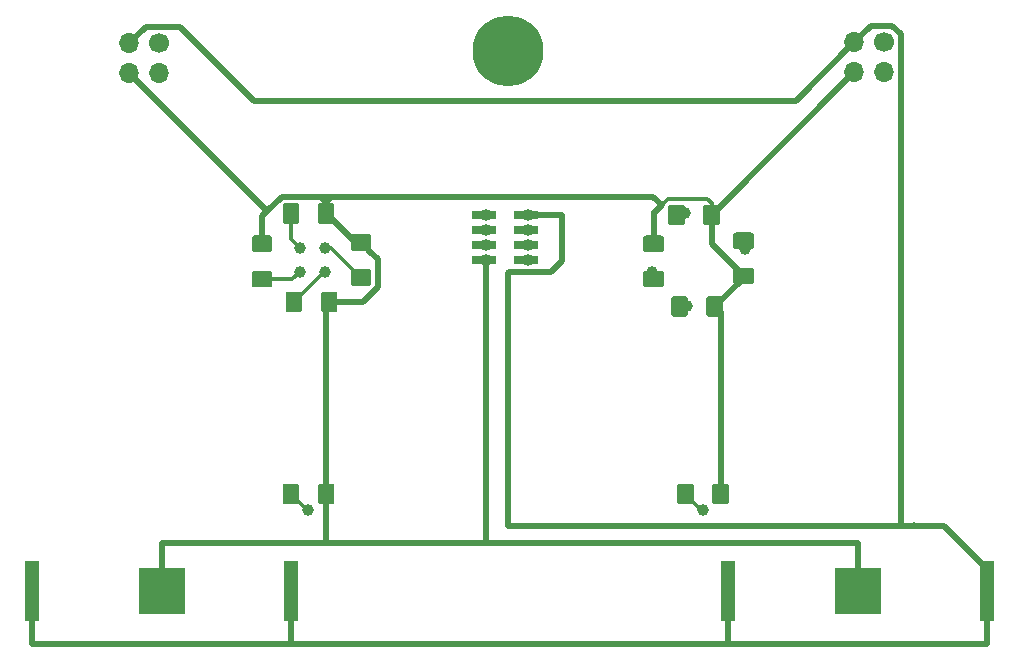
<source format=gbr>
G04 #@! TF.GenerationSoftware,KiCad,Pcbnew,(5.0.0)*
G04 #@! TF.CreationDate,2018-11-20T12:56:54-05:00*
G04 #@! TF.ProjectId,BsidesRock2019,427369646573526F636B323031392E6B,rev?*
G04 #@! TF.SameCoordinates,Original*
G04 #@! TF.FileFunction,Copper,L2,Bot,Signal*
G04 #@! TF.FilePolarity,Positive*
%FSLAX46Y46*%
G04 Gerber Fmt 4.6, Leading zero omitted, Abs format (unit mm)*
G04 Created by KiCad (PCBNEW (5.0.0)) date 11/20/18 12:56:54*
%MOMM*%
%LPD*%
G01*
G04 APERTURE LIST*
G04 #@! TA.AperFunction,SMDPad,CuDef*
%ADD10R,3.960000X3.960000*%
G04 #@! TD*
G04 #@! TA.AperFunction,SMDPad,CuDef*
%ADD11R,1.270000X5.080000*%
G04 #@! TD*
G04 #@! TA.AperFunction,Conductor*
%ADD12C,0.100000*%
G04 #@! TD*
G04 #@! TA.AperFunction,SMDPad,CuDef*
%ADD13C,1.425000*%
G04 #@! TD*
G04 #@! TA.AperFunction,ComponentPad*
%ADD14O,1.700000X1.700000*%
G04 #@! TD*
G04 #@! TA.AperFunction,ComponentPad*
%ADD15C,1.700000*%
G04 #@! TD*
G04 #@! TA.AperFunction,ComponentPad*
%ADD16C,6.000000*%
G04 #@! TD*
G04 #@! TA.AperFunction,SMDPad,CuDef*
%ADD17R,2.100000X0.750000*%
G04 #@! TD*
G04 #@! TA.AperFunction,ViaPad*
%ADD18C,1.000000*%
G04 #@! TD*
G04 #@! TA.AperFunction,Conductor*
%ADD19C,0.300000*%
G04 #@! TD*
G04 #@! TA.AperFunction,Conductor*
%ADD20C,0.500000*%
G04 #@! TD*
G04 APERTURE END LIST*
D10*
G04 #@! TO.P,BT-2032-1,2*
G04 #@! TO.N,Net-(BT-2032-1-Pad2)*
X175895000Y-87630000D03*
D11*
G04 #@! TO.P,BT-2032-1,1*
G04 #@! TO.N,Net-(BT-2032-1-Pad1)*
X186880000Y-87630000D03*
X164910000Y-87630000D03*
G04 #@! TD*
G04 #@! TO.P,BT-2032-2,1*
G04 #@! TO.N,Net-(BT-2032-1-Pad1)*
X105982000Y-87630000D03*
X127952000Y-87630000D03*
D10*
G04 #@! TO.P,BT-2032-2,2*
G04 #@! TO.N,Net-(BT-2032-1-Pad2)*
X116967000Y-87630000D03*
G04 #@! TD*
D12*
G04 #@! TO.N,Net-(BT-2032-1-Pad2)*
G04 #@! TO.C,R56-Ohm10*
G36*
X166892504Y-60212204D02*
X166916773Y-60215804D01*
X166940571Y-60221765D01*
X166963671Y-60230030D01*
X166985849Y-60240520D01*
X167006893Y-60253133D01*
X167026598Y-60267747D01*
X167044777Y-60284223D01*
X167061253Y-60302402D01*
X167075867Y-60322107D01*
X167088480Y-60343151D01*
X167098970Y-60365329D01*
X167107235Y-60388429D01*
X167113196Y-60412227D01*
X167116796Y-60436496D01*
X167118000Y-60461000D01*
X167118000Y-61386000D01*
X167116796Y-61410504D01*
X167113196Y-61434773D01*
X167107235Y-61458571D01*
X167098970Y-61481671D01*
X167088480Y-61503849D01*
X167075867Y-61524893D01*
X167061253Y-61544598D01*
X167044777Y-61562777D01*
X167026598Y-61579253D01*
X167006893Y-61593867D01*
X166985849Y-61606480D01*
X166963671Y-61616970D01*
X166940571Y-61625235D01*
X166916773Y-61631196D01*
X166892504Y-61634796D01*
X166868000Y-61636000D01*
X165618000Y-61636000D01*
X165593496Y-61634796D01*
X165569227Y-61631196D01*
X165545429Y-61625235D01*
X165522329Y-61616970D01*
X165500151Y-61606480D01*
X165479107Y-61593867D01*
X165459402Y-61579253D01*
X165441223Y-61562777D01*
X165424747Y-61544598D01*
X165410133Y-61524893D01*
X165397520Y-61503849D01*
X165387030Y-61481671D01*
X165378765Y-61458571D01*
X165372804Y-61434773D01*
X165369204Y-61410504D01*
X165368000Y-61386000D01*
X165368000Y-60461000D01*
X165369204Y-60436496D01*
X165372804Y-60412227D01*
X165378765Y-60388429D01*
X165387030Y-60365329D01*
X165397520Y-60343151D01*
X165410133Y-60322107D01*
X165424747Y-60302402D01*
X165441223Y-60284223D01*
X165459402Y-60267747D01*
X165479107Y-60253133D01*
X165500151Y-60240520D01*
X165522329Y-60230030D01*
X165545429Y-60221765D01*
X165569227Y-60215804D01*
X165593496Y-60212204D01*
X165618000Y-60211000D01*
X166868000Y-60211000D01*
X166892504Y-60212204D01*
X166892504Y-60212204D01*
G37*
D13*
G04 #@! TD*
G04 #@! TO.P,R56-Ohm10,2*
G04 #@! TO.N,Net-(BT-2032-1-Pad2)*
X166243000Y-60923500D03*
D12*
G04 #@! TO.N,Net-(D10-Pad1)*
G04 #@! TO.C,R56-Ohm10*
G36*
X166892504Y-57237204D02*
X166916773Y-57240804D01*
X166940571Y-57246765D01*
X166963671Y-57255030D01*
X166985849Y-57265520D01*
X167006893Y-57278133D01*
X167026598Y-57292747D01*
X167044777Y-57309223D01*
X167061253Y-57327402D01*
X167075867Y-57347107D01*
X167088480Y-57368151D01*
X167098970Y-57390329D01*
X167107235Y-57413429D01*
X167113196Y-57437227D01*
X167116796Y-57461496D01*
X167118000Y-57486000D01*
X167118000Y-58411000D01*
X167116796Y-58435504D01*
X167113196Y-58459773D01*
X167107235Y-58483571D01*
X167098970Y-58506671D01*
X167088480Y-58528849D01*
X167075867Y-58549893D01*
X167061253Y-58569598D01*
X167044777Y-58587777D01*
X167026598Y-58604253D01*
X167006893Y-58618867D01*
X166985849Y-58631480D01*
X166963671Y-58641970D01*
X166940571Y-58650235D01*
X166916773Y-58656196D01*
X166892504Y-58659796D01*
X166868000Y-58661000D01*
X165618000Y-58661000D01*
X165593496Y-58659796D01*
X165569227Y-58656196D01*
X165545429Y-58650235D01*
X165522329Y-58641970D01*
X165500151Y-58631480D01*
X165479107Y-58618867D01*
X165459402Y-58604253D01*
X165441223Y-58587777D01*
X165424747Y-58569598D01*
X165410133Y-58549893D01*
X165397520Y-58528849D01*
X165387030Y-58506671D01*
X165378765Y-58483571D01*
X165372804Y-58459773D01*
X165369204Y-58435504D01*
X165368000Y-58411000D01*
X165368000Y-57486000D01*
X165369204Y-57461496D01*
X165372804Y-57437227D01*
X165378765Y-57413429D01*
X165387030Y-57390329D01*
X165397520Y-57368151D01*
X165410133Y-57347107D01*
X165424747Y-57327402D01*
X165441223Y-57309223D01*
X165459402Y-57292747D01*
X165479107Y-57278133D01*
X165500151Y-57265520D01*
X165522329Y-57255030D01*
X165545429Y-57246765D01*
X165569227Y-57240804D01*
X165593496Y-57237204D01*
X165618000Y-57236000D01*
X166868000Y-57236000D01*
X166892504Y-57237204D01*
X166892504Y-57237204D01*
G37*
D13*
G04 #@! TD*
G04 #@! TO.P,R56-Ohm10,1*
G04 #@! TO.N,Net-(D10-Pad1)*
X166243000Y-57948500D03*
D12*
G04 #@! TO.N,Net-(D7-Pad1)*
G04 #@! TO.C,R56-Ohm8*
G36*
X161051504Y-54879204D02*
X161075773Y-54882804D01*
X161099571Y-54888765D01*
X161122671Y-54897030D01*
X161144849Y-54907520D01*
X161165893Y-54920133D01*
X161185598Y-54934747D01*
X161203777Y-54951223D01*
X161220253Y-54969402D01*
X161234867Y-54989107D01*
X161247480Y-55010151D01*
X161257970Y-55032329D01*
X161266235Y-55055429D01*
X161272196Y-55079227D01*
X161275796Y-55103496D01*
X161277000Y-55128000D01*
X161277000Y-56378000D01*
X161275796Y-56402504D01*
X161272196Y-56426773D01*
X161266235Y-56450571D01*
X161257970Y-56473671D01*
X161247480Y-56495849D01*
X161234867Y-56516893D01*
X161220253Y-56536598D01*
X161203777Y-56554777D01*
X161185598Y-56571253D01*
X161165893Y-56585867D01*
X161144849Y-56598480D01*
X161122671Y-56608970D01*
X161099571Y-56617235D01*
X161075773Y-56623196D01*
X161051504Y-56626796D01*
X161027000Y-56628000D01*
X160102000Y-56628000D01*
X160077496Y-56626796D01*
X160053227Y-56623196D01*
X160029429Y-56617235D01*
X160006329Y-56608970D01*
X159984151Y-56598480D01*
X159963107Y-56585867D01*
X159943402Y-56571253D01*
X159925223Y-56554777D01*
X159908747Y-56536598D01*
X159894133Y-56516893D01*
X159881520Y-56495849D01*
X159871030Y-56473671D01*
X159862765Y-56450571D01*
X159856804Y-56426773D01*
X159853204Y-56402504D01*
X159852000Y-56378000D01*
X159852000Y-55128000D01*
X159853204Y-55103496D01*
X159856804Y-55079227D01*
X159862765Y-55055429D01*
X159871030Y-55032329D01*
X159881520Y-55010151D01*
X159894133Y-54989107D01*
X159908747Y-54969402D01*
X159925223Y-54951223D01*
X159943402Y-54934747D01*
X159963107Y-54920133D01*
X159984151Y-54907520D01*
X160006329Y-54897030D01*
X160029429Y-54888765D01*
X160053227Y-54882804D01*
X160077496Y-54879204D01*
X160102000Y-54878000D01*
X161027000Y-54878000D01*
X161051504Y-54879204D01*
X161051504Y-54879204D01*
G37*
D13*
G04 #@! TD*
G04 #@! TO.P,R56-Ohm8,1*
G04 #@! TO.N,Net-(D7-Pad1)*
X160564500Y-55753000D03*
D12*
G04 #@! TO.N,Net-(BT-2032-1-Pad2)*
G04 #@! TO.C,R56-Ohm8*
G36*
X164026504Y-54879204D02*
X164050773Y-54882804D01*
X164074571Y-54888765D01*
X164097671Y-54897030D01*
X164119849Y-54907520D01*
X164140893Y-54920133D01*
X164160598Y-54934747D01*
X164178777Y-54951223D01*
X164195253Y-54969402D01*
X164209867Y-54989107D01*
X164222480Y-55010151D01*
X164232970Y-55032329D01*
X164241235Y-55055429D01*
X164247196Y-55079227D01*
X164250796Y-55103496D01*
X164252000Y-55128000D01*
X164252000Y-56378000D01*
X164250796Y-56402504D01*
X164247196Y-56426773D01*
X164241235Y-56450571D01*
X164232970Y-56473671D01*
X164222480Y-56495849D01*
X164209867Y-56516893D01*
X164195253Y-56536598D01*
X164178777Y-56554777D01*
X164160598Y-56571253D01*
X164140893Y-56585867D01*
X164119849Y-56598480D01*
X164097671Y-56608970D01*
X164074571Y-56617235D01*
X164050773Y-56623196D01*
X164026504Y-56626796D01*
X164002000Y-56628000D01*
X163077000Y-56628000D01*
X163052496Y-56626796D01*
X163028227Y-56623196D01*
X163004429Y-56617235D01*
X162981329Y-56608970D01*
X162959151Y-56598480D01*
X162938107Y-56585867D01*
X162918402Y-56571253D01*
X162900223Y-56554777D01*
X162883747Y-56536598D01*
X162869133Y-56516893D01*
X162856520Y-56495849D01*
X162846030Y-56473671D01*
X162837765Y-56450571D01*
X162831804Y-56426773D01*
X162828204Y-56402504D01*
X162827000Y-56378000D01*
X162827000Y-55128000D01*
X162828204Y-55103496D01*
X162831804Y-55079227D01*
X162837765Y-55055429D01*
X162846030Y-55032329D01*
X162856520Y-55010151D01*
X162869133Y-54989107D01*
X162883747Y-54969402D01*
X162900223Y-54951223D01*
X162918402Y-54934747D01*
X162938107Y-54920133D01*
X162959151Y-54907520D01*
X162981329Y-54897030D01*
X163004429Y-54888765D01*
X163028227Y-54882804D01*
X163052496Y-54879204D01*
X163077000Y-54878000D01*
X164002000Y-54878000D01*
X164026504Y-54879204D01*
X164026504Y-54879204D01*
G37*
D13*
G04 #@! TD*
G04 #@! TO.P,R56-Ohm8,2*
G04 #@! TO.N,Net-(BT-2032-1-Pad2)*
X163539500Y-55753000D03*
D12*
G04 #@! TO.N,Net-(BT-2032-1-Pad2)*
G04 #@! TO.C,R56-Ohm9*
G36*
X164280504Y-62626204D02*
X164304773Y-62629804D01*
X164328571Y-62635765D01*
X164351671Y-62644030D01*
X164373849Y-62654520D01*
X164394893Y-62667133D01*
X164414598Y-62681747D01*
X164432777Y-62698223D01*
X164449253Y-62716402D01*
X164463867Y-62736107D01*
X164476480Y-62757151D01*
X164486970Y-62779329D01*
X164495235Y-62802429D01*
X164501196Y-62826227D01*
X164504796Y-62850496D01*
X164506000Y-62875000D01*
X164506000Y-64125000D01*
X164504796Y-64149504D01*
X164501196Y-64173773D01*
X164495235Y-64197571D01*
X164486970Y-64220671D01*
X164476480Y-64242849D01*
X164463867Y-64263893D01*
X164449253Y-64283598D01*
X164432777Y-64301777D01*
X164414598Y-64318253D01*
X164394893Y-64332867D01*
X164373849Y-64345480D01*
X164351671Y-64355970D01*
X164328571Y-64364235D01*
X164304773Y-64370196D01*
X164280504Y-64373796D01*
X164256000Y-64375000D01*
X163331000Y-64375000D01*
X163306496Y-64373796D01*
X163282227Y-64370196D01*
X163258429Y-64364235D01*
X163235329Y-64355970D01*
X163213151Y-64345480D01*
X163192107Y-64332867D01*
X163172402Y-64318253D01*
X163154223Y-64301777D01*
X163137747Y-64283598D01*
X163123133Y-64263893D01*
X163110520Y-64242849D01*
X163100030Y-64220671D01*
X163091765Y-64197571D01*
X163085804Y-64173773D01*
X163082204Y-64149504D01*
X163081000Y-64125000D01*
X163081000Y-62875000D01*
X163082204Y-62850496D01*
X163085804Y-62826227D01*
X163091765Y-62802429D01*
X163100030Y-62779329D01*
X163110520Y-62757151D01*
X163123133Y-62736107D01*
X163137747Y-62716402D01*
X163154223Y-62698223D01*
X163172402Y-62681747D01*
X163192107Y-62667133D01*
X163213151Y-62654520D01*
X163235329Y-62644030D01*
X163258429Y-62635765D01*
X163282227Y-62629804D01*
X163306496Y-62626204D01*
X163331000Y-62625000D01*
X164256000Y-62625000D01*
X164280504Y-62626204D01*
X164280504Y-62626204D01*
G37*
D13*
G04 #@! TD*
G04 #@! TO.P,R56-Ohm9,2*
G04 #@! TO.N,Net-(BT-2032-1-Pad2)*
X163793500Y-63500000D03*
D12*
G04 #@! TO.N,Net-(D8-Pad1)*
G04 #@! TO.C,R56-Ohm9*
G36*
X161305504Y-62626204D02*
X161329773Y-62629804D01*
X161353571Y-62635765D01*
X161376671Y-62644030D01*
X161398849Y-62654520D01*
X161419893Y-62667133D01*
X161439598Y-62681747D01*
X161457777Y-62698223D01*
X161474253Y-62716402D01*
X161488867Y-62736107D01*
X161501480Y-62757151D01*
X161511970Y-62779329D01*
X161520235Y-62802429D01*
X161526196Y-62826227D01*
X161529796Y-62850496D01*
X161531000Y-62875000D01*
X161531000Y-64125000D01*
X161529796Y-64149504D01*
X161526196Y-64173773D01*
X161520235Y-64197571D01*
X161511970Y-64220671D01*
X161501480Y-64242849D01*
X161488867Y-64263893D01*
X161474253Y-64283598D01*
X161457777Y-64301777D01*
X161439598Y-64318253D01*
X161419893Y-64332867D01*
X161398849Y-64345480D01*
X161376671Y-64355970D01*
X161353571Y-64364235D01*
X161329773Y-64370196D01*
X161305504Y-64373796D01*
X161281000Y-64375000D01*
X160356000Y-64375000D01*
X160331496Y-64373796D01*
X160307227Y-64370196D01*
X160283429Y-64364235D01*
X160260329Y-64355970D01*
X160238151Y-64345480D01*
X160217107Y-64332867D01*
X160197402Y-64318253D01*
X160179223Y-64301777D01*
X160162747Y-64283598D01*
X160148133Y-64263893D01*
X160135520Y-64242849D01*
X160125030Y-64220671D01*
X160116765Y-64197571D01*
X160110804Y-64173773D01*
X160107204Y-64149504D01*
X160106000Y-64125000D01*
X160106000Y-62875000D01*
X160107204Y-62850496D01*
X160110804Y-62826227D01*
X160116765Y-62802429D01*
X160125030Y-62779329D01*
X160135520Y-62757151D01*
X160148133Y-62736107D01*
X160162747Y-62716402D01*
X160179223Y-62698223D01*
X160197402Y-62681747D01*
X160217107Y-62667133D01*
X160238151Y-62654520D01*
X160260329Y-62644030D01*
X160283429Y-62635765D01*
X160307227Y-62629804D01*
X160331496Y-62626204D01*
X160356000Y-62625000D01*
X161281000Y-62625000D01*
X161305504Y-62626204D01*
X161305504Y-62626204D01*
G37*
D13*
G04 #@! TD*
G04 #@! TO.P,R56-Ohm9,1*
G04 #@! TO.N,Net-(D8-Pad1)*
X160818500Y-63500000D03*
D12*
G04 #@! TO.N,Net-(D1-Pad1)*
G04 #@! TO.C,R56-Ohm1*
G36*
X126125504Y-60466204D02*
X126149773Y-60469804D01*
X126173571Y-60475765D01*
X126196671Y-60484030D01*
X126218849Y-60494520D01*
X126239893Y-60507133D01*
X126259598Y-60521747D01*
X126277777Y-60538223D01*
X126294253Y-60556402D01*
X126308867Y-60576107D01*
X126321480Y-60597151D01*
X126331970Y-60619329D01*
X126340235Y-60642429D01*
X126346196Y-60666227D01*
X126349796Y-60690496D01*
X126351000Y-60715000D01*
X126351000Y-61640000D01*
X126349796Y-61664504D01*
X126346196Y-61688773D01*
X126340235Y-61712571D01*
X126331970Y-61735671D01*
X126321480Y-61757849D01*
X126308867Y-61778893D01*
X126294253Y-61798598D01*
X126277777Y-61816777D01*
X126259598Y-61833253D01*
X126239893Y-61847867D01*
X126218849Y-61860480D01*
X126196671Y-61870970D01*
X126173571Y-61879235D01*
X126149773Y-61885196D01*
X126125504Y-61888796D01*
X126101000Y-61890000D01*
X124851000Y-61890000D01*
X124826496Y-61888796D01*
X124802227Y-61885196D01*
X124778429Y-61879235D01*
X124755329Y-61870970D01*
X124733151Y-61860480D01*
X124712107Y-61847867D01*
X124692402Y-61833253D01*
X124674223Y-61816777D01*
X124657747Y-61798598D01*
X124643133Y-61778893D01*
X124630520Y-61757849D01*
X124620030Y-61735671D01*
X124611765Y-61712571D01*
X124605804Y-61688773D01*
X124602204Y-61664504D01*
X124601000Y-61640000D01*
X124601000Y-60715000D01*
X124602204Y-60690496D01*
X124605804Y-60666227D01*
X124611765Y-60642429D01*
X124620030Y-60619329D01*
X124630520Y-60597151D01*
X124643133Y-60576107D01*
X124657747Y-60556402D01*
X124674223Y-60538223D01*
X124692402Y-60521747D01*
X124712107Y-60507133D01*
X124733151Y-60494520D01*
X124755329Y-60484030D01*
X124778429Y-60475765D01*
X124802227Y-60469804D01*
X124826496Y-60466204D01*
X124851000Y-60465000D01*
X126101000Y-60465000D01*
X126125504Y-60466204D01*
X126125504Y-60466204D01*
G37*
D13*
G04 #@! TD*
G04 #@! TO.P,R56-Ohm1,1*
G04 #@! TO.N,Net-(D1-Pad1)*
X125476000Y-61177500D03*
D12*
G04 #@! TO.N,Net-(BT-2032-1-Pad2)*
G04 #@! TO.C,R56-Ohm1*
G36*
X126125504Y-57491204D02*
X126149773Y-57494804D01*
X126173571Y-57500765D01*
X126196671Y-57509030D01*
X126218849Y-57519520D01*
X126239893Y-57532133D01*
X126259598Y-57546747D01*
X126277777Y-57563223D01*
X126294253Y-57581402D01*
X126308867Y-57601107D01*
X126321480Y-57622151D01*
X126331970Y-57644329D01*
X126340235Y-57667429D01*
X126346196Y-57691227D01*
X126349796Y-57715496D01*
X126351000Y-57740000D01*
X126351000Y-58665000D01*
X126349796Y-58689504D01*
X126346196Y-58713773D01*
X126340235Y-58737571D01*
X126331970Y-58760671D01*
X126321480Y-58782849D01*
X126308867Y-58803893D01*
X126294253Y-58823598D01*
X126277777Y-58841777D01*
X126259598Y-58858253D01*
X126239893Y-58872867D01*
X126218849Y-58885480D01*
X126196671Y-58895970D01*
X126173571Y-58904235D01*
X126149773Y-58910196D01*
X126125504Y-58913796D01*
X126101000Y-58915000D01*
X124851000Y-58915000D01*
X124826496Y-58913796D01*
X124802227Y-58910196D01*
X124778429Y-58904235D01*
X124755329Y-58895970D01*
X124733151Y-58885480D01*
X124712107Y-58872867D01*
X124692402Y-58858253D01*
X124674223Y-58841777D01*
X124657747Y-58823598D01*
X124643133Y-58803893D01*
X124630520Y-58782849D01*
X124620030Y-58760671D01*
X124611765Y-58737571D01*
X124605804Y-58713773D01*
X124602204Y-58689504D01*
X124601000Y-58665000D01*
X124601000Y-57740000D01*
X124602204Y-57715496D01*
X124605804Y-57691227D01*
X124611765Y-57667429D01*
X124620030Y-57644329D01*
X124630520Y-57622151D01*
X124643133Y-57601107D01*
X124657747Y-57581402D01*
X124674223Y-57563223D01*
X124692402Y-57546747D01*
X124712107Y-57532133D01*
X124733151Y-57519520D01*
X124755329Y-57509030D01*
X124778429Y-57500765D01*
X124802227Y-57494804D01*
X124826496Y-57491204D01*
X124851000Y-57490000D01*
X126101000Y-57490000D01*
X126125504Y-57491204D01*
X126125504Y-57491204D01*
G37*
D13*
G04 #@! TD*
G04 #@! TO.P,R56-Ohm1,2*
G04 #@! TO.N,Net-(BT-2032-1-Pad2)*
X125476000Y-58202500D03*
D12*
G04 #@! TO.N,Net-(BT-2032-1-Pad2)*
G04 #@! TO.C,R56-Ohm2*
G36*
X134507504Y-57364204D02*
X134531773Y-57367804D01*
X134555571Y-57373765D01*
X134578671Y-57382030D01*
X134600849Y-57392520D01*
X134621893Y-57405133D01*
X134641598Y-57419747D01*
X134659777Y-57436223D01*
X134676253Y-57454402D01*
X134690867Y-57474107D01*
X134703480Y-57495151D01*
X134713970Y-57517329D01*
X134722235Y-57540429D01*
X134728196Y-57564227D01*
X134731796Y-57588496D01*
X134733000Y-57613000D01*
X134733000Y-58538000D01*
X134731796Y-58562504D01*
X134728196Y-58586773D01*
X134722235Y-58610571D01*
X134713970Y-58633671D01*
X134703480Y-58655849D01*
X134690867Y-58676893D01*
X134676253Y-58696598D01*
X134659777Y-58714777D01*
X134641598Y-58731253D01*
X134621893Y-58745867D01*
X134600849Y-58758480D01*
X134578671Y-58768970D01*
X134555571Y-58777235D01*
X134531773Y-58783196D01*
X134507504Y-58786796D01*
X134483000Y-58788000D01*
X133233000Y-58788000D01*
X133208496Y-58786796D01*
X133184227Y-58783196D01*
X133160429Y-58777235D01*
X133137329Y-58768970D01*
X133115151Y-58758480D01*
X133094107Y-58745867D01*
X133074402Y-58731253D01*
X133056223Y-58714777D01*
X133039747Y-58696598D01*
X133025133Y-58676893D01*
X133012520Y-58655849D01*
X133002030Y-58633671D01*
X132993765Y-58610571D01*
X132987804Y-58586773D01*
X132984204Y-58562504D01*
X132983000Y-58538000D01*
X132983000Y-57613000D01*
X132984204Y-57588496D01*
X132987804Y-57564227D01*
X132993765Y-57540429D01*
X133002030Y-57517329D01*
X133012520Y-57495151D01*
X133025133Y-57474107D01*
X133039747Y-57454402D01*
X133056223Y-57436223D01*
X133074402Y-57419747D01*
X133094107Y-57405133D01*
X133115151Y-57392520D01*
X133137329Y-57382030D01*
X133160429Y-57373765D01*
X133184227Y-57367804D01*
X133208496Y-57364204D01*
X133233000Y-57363000D01*
X134483000Y-57363000D01*
X134507504Y-57364204D01*
X134507504Y-57364204D01*
G37*
D13*
G04 #@! TD*
G04 #@! TO.P,R56-Ohm2,2*
G04 #@! TO.N,Net-(BT-2032-1-Pad2)*
X133858000Y-58075500D03*
D12*
G04 #@! TO.N,Net-(D4-Pad1)*
G04 #@! TO.C,R56-Ohm2*
G36*
X134507504Y-60339204D02*
X134531773Y-60342804D01*
X134555571Y-60348765D01*
X134578671Y-60357030D01*
X134600849Y-60367520D01*
X134621893Y-60380133D01*
X134641598Y-60394747D01*
X134659777Y-60411223D01*
X134676253Y-60429402D01*
X134690867Y-60449107D01*
X134703480Y-60470151D01*
X134713970Y-60492329D01*
X134722235Y-60515429D01*
X134728196Y-60539227D01*
X134731796Y-60563496D01*
X134733000Y-60588000D01*
X134733000Y-61513000D01*
X134731796Y-61537504D01*
X134728196Y-61561773D01*
X134722235Y-61585571D01*
X134713970Y-61608671D01*
X134703480Y-61630849D01*
X134690867Y-61651893D01*
X134676253Y-61671598D01*
X134659777Y-61689777D01*
X134641598Y-61706253D01*
X134621893Y-61720867D01*
X134600849Y-61733480D01*
X134578671Y-61743970D01*
X134555571Y-61752235D01*
X134531773Y-61758196D01*
X134507504Y-61761796D01*
X134483000Y-61763000D01*
X133233000Y-61763000D01*
X133208496Y-61761796D01*
X133184227Y-61758196D01*
X133160429Y-61752235D01*
X133137329Y-61743970D01*
X133115151Y-61733480D01*
X133094107Y-61720867D01*
X133074402Y-61706253D01*
X133056223Y-61689777D01*
X133039747Y-61671598D01*
X133025133Y-61651893D01*
X133012520Y-61630849D01*
X133002030Y-61608671D01*
X132993765Y-61585571D01*
X132987804Y-61561773D01*
X132984204Y-61537504D01*
X132983000Y-61513000D01*
X132983000Y-60588000D01*
X132984204Y-60563496D01*
X132987804Y-60539227D01*
X132993765Y-60515429D01*
X133002030Y-60492329D01*
X133012520Y-60470151D01*
X133025133Y-60449107D01*
X133039747Y-60429402D01*
X133056223Y-60411223D01*
X133074402Y-60394747D01*
X133094107Y-60380133D01*
X133115151Y-60367520D01*
X133137329Y-60357030D01*
X133160429Y-60348765D01*
X133184227Y-60342804D01*
X133208496Y-60339204D01*
X133233000Y-60338000D01*
X134483000Y-60338000D01*
X134507504Y-60339204D01*
X134507504Y-60339204D01*
G37*
D13*
G04 #@! TD*
G04 #@! TO.P,R56-Ohm2,1*
G04 #@! TO.N,Net-(D4-Pad1)*
X133858000Y-61050500D03*
D12*
G04 #@! TO.N,Net-(D3-Pad1)*
G04 #@! TO.C,R56-Ohm3*
G36*
X128412504Y-54752204D02*
X128436773Y-54755804D01*
X128460571Y-54761765D01*
X128483671Y-54770030D01*
X128505849Y-54780520D01*
X128526893Y-54793133D01*
X128546598Y-54807747D01*
X128564777Y-54824223D01*
X128581253Y-54842402D01*
X128595867Y-54862107D01*
X128608480Y-54883151D01*
X128618970Y-54905329D01*
X128627235Y-54928429D01*
X128633196Y-54952227D01*
X128636796Y-54976496D01*
X128638000Y-55001000D01*
X128638000Y-56251000D01*
X128636796Y-56275504D01*
X128633196Y-56299773D01*
X128627235Y-56323571D01*
X128618970Y-56346671D01*
X128608480Y-56368849D01*
X128595867Y-56389893D01*
X128581253Y-56409598D01*
X128564777Y-56427777D01*
X128546598Y-56444253D01*
X128526893Y-56458867D01*
X128505849Y-56471480D01*
X128483671Y-56481970D01*
X128460571Y-56490235D01*
X128436773Y-56496196D01*
X128412504Y-56499796D01*
X128388000Y-56501000D01*
X127463000Y-56501000D01*
X127438496Y-56499796D01*
X127414227Y-56496196D01*
X127390429Y-56490235D01*
X127367329Y-56481970D01*
X127345151Y-56471480D01*
X127324107Y-56458867D01*
X127304402Y-56444253D01*
X127286223Y-56427777D01*
X127269747Y-56409598D01*
X127255133Y-56389893D01*
X127242520Y-56368849D01*
X127232030Y-56346671D01*
X127223765Y-56323571D01*
X127217804Y-56299773D01*
X127214204Y-56275504D01*
X127213000Y-56251000D01*
X127213000Y-55001000D01*
X127214204Y-54976496D01*
X127217804Y-54952227D01*
X127223765Y-54928429D01*
X127232030Y-54905329D01*
X127242520Y-54883151D01*
X127255133Y-54862107D01*
X127269747Y-54842402D01*
X127286223Y-54824223D01*
X127304402Y-54807747D01*
X127324107Y-54793133D01*
X127345151Y-54780520D01*
X127367329Y-54770030D01*
X127390429Y-54761765D01*
X127414227Y-54755804D01*
X127438496Y-54752204D01*
X127463000Y-54751000D01*
X128388000Y-54751000D01*
X128412504Y-54752204D01*
X128412504Y-54752204D01*
G37*
D13*
G04 #@! TD*
G04 #@! TO.P,R56-Ohm3,1*
G04 #@! TO.N,Net-(D3-Pad1)*
X127925500Y-55626000D03*
D12*
G04 #@! TO.N,Net-(BT-2032-1-Pad2)*
G04 #@! TO.C,R56-Ohm3*
G36*
X131387504Y-54752204D02*
X131411773Y-54755804D01*
X131435571Y-54761765D01*
X131458671Y-54770030D01*
X131480849Y-54780520D01*
X131501893Y-54793133D01*
X131521598Y-54807747D01*
X131539777Y-54824223D01*
X131556253Y-54842402D01*
X131570867Y-54862107D01*
X131583480Y-54883151D01*
X131593970Y-54905329D01*
X131602235Y-54928429D01*
X131608196Y-54952227D01*
X131611796Y-54976496D01*
X131613000Y-55001000D01*
X131613000Y-56251000D01*
X131611796Y-56275504D01*
X131608196Y-56299773D01*
X131602235Y-56323571D01*
X131593970Y-56346671D01*
X131583480Y-56368849D01*
X131570867Y-56389893D01*
X131556253Y-56409598D01*
X131539777Y-56427777D01*
X131521598Y-56444253D01*
X131501893Y-56458867D01*
X131480849Y-56471480D01*
X131458671Y-56481970D01*
X131435571Y-56490235D01*
X131411773Y-56496196D01*
X131387504Y-56499796D01*
X131363000Y-56501000D01*
X130438000Y-56501000D01*
X130413496Y-56499796D01*
X130389227Y-56496196D01*
X130365429Y-56490235D01*
X130342329Y-56481970D01*
X130320151Y-56471480D01*
X130299107Y-56458867D01*
X130279402Y-56444253D01*
X130261223Y-56427777D01*
X130244747Y-56409598D01*
X130230133Y-56389893D01*
X130217520Y-56368849D01*
X130207030Y-56346671D01*
X130198765Y-56323571D01*
X130192804Y-56299773D01*
X130189204Y-56275504D01*
X130188000Y-56251000D01*
X130188000Y-55001000D01*
X130189204Y-54976496D01*
X130192804Y-54952227D01*
X130198765Y-54928429D01*
X130207030Y-54905329D01*
X130217520Y-54883151D01*
X130230133Y-54862107D01*
X130244747Y-54842402D01*
X130261223Y-54824223D01*
X130279402Y-54807747D01*
X130299107Y-54793133D01*
X130320151Y-54780520D01*
X130342329Y-54770030D01*
X130365429Y-54761765D01*
X130389227Y-54755804D01*
X130413496Y-54752204D01*
X130438000Y-54751000D01*
X131363000Y-54751000D01*
X131387504Y-54752204D01*
X131387504Y-54752204D01*
G37*
D13*
G04 #@! TD*
G04 #@! TO.P,R56-Ohm3,2*
G04 #@! TO.N,Net-(BT-2032-1-Pad2)*
X130900500Y-55626000D03*
D12*
G04 #@! TO.N,Net-(BT-2032-1-Pad2)*
G04 #@! TO.C,R56-Ohm4*
G36*
X131387504Y-78501204D02*
X131411773Y-78504804D01*
X131435571Y-78510765D01*
X131458671Y-78519030D01*
X131480849Y-78529520D01*
X131501893Y-78542133D01*
X131521598Y-78556747D01*
X131539777Y-78573223D01*
X131556253Y-78591402D01*
X131570867Y-78611107D01*
X131583480Y-78632151D01*
X131593970Y-78654329D01*
X131602235Y-78677429D01*
X131608196Y-78701227D01*
X131611796Y-78725496D01*
X131613000Y-78750000D01*
X131613000Y-80000000D01*
X131611796Y-80024504D01*
X131608196Y-80048773D01*
X131602235Y-80072571D01*
X131593970Y-80095671D01*
X131583480Y-80117849D01*
X131570867Y-80138893D01*
X131556253Y-80158598D01*
X131539777Y-80176777D01*
X131521598Y-80193253D01*
X131501893Y-80207867D01*
X131480849Y-80220480D01*
X131458671Y-80230970D01*
X131435571Y-80239235D01*
X131411773Y-80245196D01*
X131387504Y-80248796D01*
X131363000Y-80250000D01*
X130438000Y-80250000D01*
X130413496Y-80248796D01*
X130389227Y-80245196D01*
X130365429Y-80239235D01*
X130342329Y-80230970D01*
X130320151Y-80220480D01*
X130299107Y-80207867D01*
X130279402Y-80193253D01*
X130261223Y-80176777D01*
X130244747Y-80158598D01*
X130230133Y-80138893D01*
X130217520Y-80117849D01*
X130207030Y-80095671D01*
X130198765Y-80072571D01*
X130192804Y-80048773D01*
X130189204Y-80024504D01*
X130188000Y-80000000D01*
X130188000Y-78750000D01*
X130189204Y-78725496D01*
X130192804Y-78701227D01*
X130198765Y-78677429D01*
X130207030Y-78654329D01*
X130217520Y-78632151D01*
X130230133Y-78611107D01*
X130244747Y-78591402D01*
X130261223Y-78573223D01*
X130279402Y-78556747D01*
X130299107Y-78542133D01*
X130320151Y-78529520D01*
X130342329Y-78519030D01*
X130365429Y-78510765D01*
X130389227Y-78504804D01*
X130413496Y-78501204D01*
X130438000Y-78500000D01*
X131363000Y-78500000D01*
X131387504Y-78501204D01*
X131387504Y-78501204D01*
G37*
D13*
G04 #@! TD*
G04 #@! TO.P,R56-Ohm4,2*
G04 #@! TO.N,Net-(BT-2032-1-Pad2)*
X130900500Y-79375000D03*
D12*
G04 #@! TO.N,Net-(D2-Pad1)*
G04 #@! TO.C,R56-Ohm4*
G36*
X128412504Y-78501204D02*
X128436773Y-78504804D01*
X128460571Y-78510765D01*
X128483671Y-78519030D01*
X128505849Y-78529520D01*
X128526893Y-78542133D01*
X128546598Y-78556747D01*
X128564777Y-78573223D01*
X128581253Y-78591402D01*
X128595867Y-78611107D01*
X128608480Y-78632151D01*
X128618970Y-78654329D01*
X128627235Y-78677429D01*
X128633196Y-78701227D01*
X128636796Y-78725496D01*
X128638000Y-78750000D01*
X128638000Y-80000000D01*
X128636796Y-80024504D01*
X128633196Y-80048773D01*
X128627235Y-80072571D01*
X128618970Y-80095671D01*
X128608480Y-80117849D01*
X128595867Y-80138893D01*
X128581253Y-80158598D01*
X128564777Y-80176777D01*
X128546598Y-80193253D01*
X128526893Y-80207867D01*
X128505849Y-80220480D01*
X128483671Y-80230970D01*
X128460571Y-80239235D01*
X128436773Y-80245196D01*
X128412504Y-80248796D01*
X128388000Y-80250000D01*
X127463000Y-80250000D01*
X127438496Y-80248796D01*
X127414227Y-80245196D01*
X127390429Y-80239235D01*
X127367329Y-80230970D01*
X127345151Y-80220480D01*
X127324107Y-80207867D01*
X127304402Y-80193253D01*
X127286223Y-80176777D01*
X127269747Y-80158598D01*
X127255133Y-80138893D01*
X127242520Y-80117849D01*
X127232030Y-80095671D01*
X127223765Y-80072571D01*
X127217804Y-80048773D01*
X127214204Y-80024504D01*
X127213000Y-80000000D01*
X127213000Y-78750000D01*
X127214204Y-78725496D01*
X127217804Y-78701227D01*
X127223765Y-78677429D01*
X127232030Y-78654329D01*
X127242520Y-78632151D01*
X127255133Y-78611107D01*
X127269747Y-78591402D01*
X127286223Y-78573223D01*
X127304402Y-78556747D01*
X127324107Y-78542133D01*
X127345151Y-78529520D01*
X127367329Y-78519030D01*
X127390429Y-78510765D01*
X127414227Y-78504804D01*
X127438496Y-78501204D01*
X127463000Y-78500000D01*
X128388000Y-78500000D01*
X128412504Y-78501204D01*
X128412504Y-78501204D01*
G37*
D13*
G04 #@! TD*
G04 #@! TO.P,R56-Ohm4,1*
G04 #@! TO.N,Net-(D2-Pad1)*
X127925500Y-79375000D03*
D12*
G04 #@! TO.N,Net-(D5-Pad1)*
G04 #@! TO.C,R56-Ohm5*
G36*
X128666504Y-62245204D02*
X128690773Y-62248804D01*
X128714571Y-62254765D01*
X128737671Y-62263030D01*
X128759849Y-62273520D01*
X128780893Y-62286133D01*
X128800598Y-62300747D01*
X128818777Y-62317223D01*
X128835253Y-62335402D01*
X128849867Y-62355107D01*
X128862480Y-62376151D01*
X128872970Y-62398329D01*
X128881235Y-62421429D01*
X128887196Y-62445227D01*
X128890796Y-62469496D01*
X128892000Y-62494000D01*
X128892000Y-63744000D01*
X128890796Y-63768504D01*
X128887196Y-63792773D01*
X128881235Y-63816571D01*
X128872970Y-63839671D01*
X128862480Y-63861849D01*
X128849867Y-63882893D01*
X128835253Y-63902598D01*
X128818777Y-63920777D01*
X128800598Y-63937253D01*
X128780893Y-63951867D01*
X128759849Y-63964480D01*
X128737671Y-63974970D01*
X128714571Y-63983235D01*
X128690773Y-63989196D01*
X128666504Y-63992796D01*
X128642000Y-63994000D01*
X127717000Y-63994000D01*
X127692496Y-63992796D01*
X127668227Y-63989196D01*
X127644429Y-63983235D01*
X127621329Y-63974970D01*
X127599151Y-63964480D01*
X127578107Y-63951867D01*
X127558402Y-63937253D01*
X127540223Y-63920777D01*
X127523747Y-63902598D01*
X127509133Y-63882893D01*
X127496520Y-63861849D01*
X127486030Y-63839671D01*
X127477765Y-63816571D01*
X127471804Y-63792773D01*
X127468204Y-63768504D01*
X127467000Y-63744000D01*
X127467000Y-62494000D01*
X127468204Y-62469496D01*
X127471804Y-62445227D01*
X127477765Y-62421429D01*
X127486030Y-62398329D01*
X127496520Y-62376151D01*
X127509133Y-62355107D01*
X127523747Y-62335402D01*
X127540223Y-62317223D01*
X127558402Y-62300747D01*
X127578107Y-62286133D01*
X127599151Y-62273520D01*
X127621329Y-62263030D01*
X127644429Y-62254765D01*
X127668227Y-62248804D01*
X127692496Y-62245204D01*
X127717000Y-62244000D01*
X128642000Y-62244000D01*
X128666504Y-62245204D01*
X128666504Y-62245204D01*
G37*
D13*
G04 #@! TD*
G04 #@! TO.P,R56-Ohm5,1*
G04 #@! TO.N,Net-(D5-Pad1)*
X128179500Y-63119000D03*
D12*
G04 #@! TO.N,Net-(BT-2032-1-Pad2)*
G04 #@! TO.C,R56-Ohm5*
G36*
X131641504Y-62245204D02*
X131665773Y-62248804D01*
X131689571Y-62254765D01*
X131712671Y-62263030D01*
X131734849Y-62273520D01*
X131755893Y-62286133D01*
X131775598Y-62300747D01*
X131793777Y-62317223D01*
X131810253Y-62335402D01*
X131824867Y-62355107D01*
X131837480Y-62376151D01*
X131847970Y-62398329D01*
X131856235Y-62421429D01*
X131862196Y-62445227D01*
X131865796Y-62469496D01*
X131867000Y-62494000D01*
X131867000Y-63744000D01*
X131865796Y-63768504D01*
X131862196Y-63792773D01*
X131856235Y-63816571D01*
X131847970Y-63839671D01*
X131837480Y-63861849D01*
X131824867Y-63882893D01*
X131810253Y-63902598D01*
X131793777Y-63920777D01*
X131775598Y-63937253D01*
X131755893Y-63951867D01*
X131734849Y-63964480D01*
X131712671Y-63974970D01*
X131689571Y-63983235D01*
X131665773Y-63989196D01*
X131641504Y-63992796D01*
X131617000Y-63994000D01*
X130692000Y-63994000D01*
X130667496Y-63992796D01*
X130643227Y-63989196D01*
X130619429Y-63983235D01*
X130596329Y-63974970D01*
X130574151Y-63964480D01*
X130553107Y-63951867D01*
X130533402Y-63937253D01*
X130515223Y-63920777D01*
X130498747Y-63902598D01*
X130484133Y-63882893D01*
X130471520Y-63861849D01*
X130461030Y-63839671D01*
X130452765Y-63816571D01*
X130446804Y-63792773D01*
X130443204Y-63768504D01*
X130442000Y-63744000D01*
X130442000Y-62494000D01*
X130443204Y-62469496D01*
X130446804Y-62445227D01*
X130452765Y-62421429D01*
X130461030Y-62398329D01*
X130471520Y-62376151D01*
X130484133Y-62355107D01*
X130498747Y-62335402D01*
X130515223Y-62317223D01*
X130533402Y-62300747D01*
X130553107Y-62286133D01*
X130574151Y-62273520D01*
X130596329Y-62263030D01*
X130619429Y-62254765D01*
X130643227Y-62248804D01*
X130667496Y-62245204D01*
X130692000Y-62244000D01*
X131617000Y-62244000D01*
X131641504Y-62245204D01*
X131641504Y-62245204D01*
G37*
D13*
G04 #@! TD*
G04 #@! TO.P,R56-Ohm5,2*
G04 #@! TO.N,Net-(BT-2032-1-Pad2)*
X131154500Y-63119000D03*
D12*
G04 #@! TO.N,Net-(BT-2032-1-Pad2)*
G04 #@! TO.C,R56-Ohm6*
G36*
X164788504Y-78501204D02*
X164812773Y-78504804D01*
X164836571Y-78510765D01*
X164859671Y-78519030D01*
X164881849Y-78529520D01*
X164902893Y-78542133D01*
X164922598Y-78556747D01*
X164940777Y-78573223D01*
X164957253Y-78591402D01*
X164971867Y-78611107D01*
X164984480Y-78632151D01*
X164994970Y-78654329D01*
X165003235Y-78677429D01*
X165009196Y-78701227D01*
X165012796Y-78725496D01*
X165014000Y-78750000D01*
X165014000Y-80000000D01*
X165012796Y-80024504D01*
X165009196Y-80048773D01*
X165003235Y-80072571D01*
X164994970Y-80095671D01*
X164984480Y-80117849D01*
X164971867Y-80138893D01*
X164957253Y-80158598D01*
X164940777Y-80176777D01*
X164922598Y-80193253D01*
X164902893Y-80207867D01*
X164881849Y-80220480D01*
X164859671Y-80230970D01*
X164836571Y-80239235D01*
X164812773Y-80245196D01*
X164788504Y-80248796D01*
X164764000Y-80250000D01*
X163839000Y-80250000D01*
X163814496Y-80248796D01*
X163790227Y-80245196D01*
X163766429Y-80239235D01*
X163743329Y-80230970D01*
X163721151Y-80220480D01*
X163700107Y-80207867D01*
X163680402Y-80193253D01*
X163662223Y-80176777D01*
X163645747Y-80158598D01*
X163631133Y-80138893D01*
X163618520Y-80117849D01*
X163608030Y-80095671D01*
X163599765Y-80072571D01*
X163593804Y-80048773D01*
X163590204Y-80024504D01*
X163589000Y-80000000D01*
X163589000Y-78750000D01*
X163590204Y-78725496D01*
X163593804Y-78701227D01*
X163599765Y-78677429D01*
X163608030Y-78654329D01*
X163618520Y-78632151D01*
X163631133Y-78611107D01*
X163645747Y-78591402D01*
X163662223Y-78573223D01*
X163680402Y-78556747D01*
X163700107Y-78542133D01*
X163721151Y-78529520D01*
X163743329Y-78519030D01*
X163766429Y-78510765D01*
X163790227Y-78504804D01*
X163814496Y-78501204D01*
X163839000Y-78500000D01*
X164764000Y-78500000D01*
X164788504Y-78501204D01*
X164788504Y-78501204D01*
G37*
D13*
G04 #@! TD*
G04 #@! TO.P,R56-Ohm6,2*
G04 #@! TO.N,Net-(BT-2032-1-Pad2)*
X164301500Y-79375000D03*
D12*
G04 #@! TO.N,Net-(D9-Pad1)*
G04 #@! TO.C,R56-Ohm6*
G36*
X161813504Y-78501204D02*
X161837773Y-78504804D01*
X161861571Y-78510765D01*
X161884671Y-78519030D01*
X161906849Y-78529520D01*
X161927893Y-78542133D01*
X161947598Y-78556747D01*
X161965777Y-78573223D01*
X161982253Y-78591402D01*
X161996867Y-78611107D01*
X162009480Y-78632151D01*
X162019970Y-78654329D01*
X162028235Y-78677429D01*
X162034196Y-78701227D01*
X162037796Y-78725496D01*
X162039000Y-78750000D01*
X162039000Y-80000000D01*
X162037796Y-80024504D01*
X162034196Y-80048773D01*
X162028235Y-80072571D01*
X162019970Y-80095671D01*
X162009480Y-80117849D01*
X161996867Y-80138893D01*
X161982253Y-80158598D01*
X161965777Y-80176777D01*
X161947598Y-80193253D01*
X161927893Y-80207867D01*
X161906849Y-80220480D01*
X161884671Y-80230970D01*
X161861571Y-80239235D01*
X161837773Y-80245196D01*
X161813504Y-80248796D01*
X161789000Y-80250000D01*
X160864000Y-80250000D01*
X160839496Y-80248796D01*
X160815227Y-80245196D01*
X160791429Y-80239235D01*
X160768329Y-80230970D01*
X160746151Y-80220480D01*
X160725107Y-80207867D01*
X160705402Y-80193253D01*
X160687223Y-80176777D01*
X160670747Y-80158598D01*
X160656133Y-80138893D01*
X160643520Y-80117849D01*
X160633030Y-80095671D01*
X160624765Y-80072571D01*
X160618804Y-80048773D01*
X160615204Y-80024504D01*
X160614000Y-80000000D01*
X160614000Y-78750000D01*
X160615204Y-78725496D01*
X160618804Y-78701227D01*
X160624765Y-78677429D01*
X160633030Y-78654329D01*
X160643520Y-78632151D01*
X160656133Y-78611107D01*
X160670747Y-78591402D01*
X160687223Y-78573223D01*
X160705402Y-78556747D01*
X160725107Y-78542133D01*
X160746151Y-78529520D01*
X160768329Y-78519030D01*
X160791429Y-78510765D01*
X160815227Y-78504804D01*
X160839496Y-78501204D01*
X160864000Y-78500000D01*
X161789000Y-78500000D01*
X161813504Y-78501204D01*
X161813504Y-78501204D01*
G37*
D13*
G04 #@! TD*
G04 #@! TO.P,R56-Ohm6,1*
G04 #@! TO.N,Net-(D9-Pad1)*
X161326500Y-79375000D03*
D12*
G04 #@! TO.N,Net-(D6-Pad1)*
G04 #@! TO.C,R56-Ohm7*
G36*
X159272504Y-60466204D02*
X159296773Y-60469804D01*
X159320571Y-60475765D01*
X159343671Y-60484030D01*
X159365849Y-60494520D01*
X159386893Y-60507133D01*
X159406598Y-60521747D01*
X159424777Y-60538223D01*
X159441253Y-60556402D01*
X159455867Y-60576107D01*
X159468480Y-60597151D01*
X159478970Y-60619329D01*
X159487235Y-60642429D01*
X159493196Y-60666227D01*
X159496796Y-60690496D01*
X159498000Y-60715000D01*
X159498000Y-61640000D01*
X159496796Y-61664504D01*
X159493196Y-61688773D01*
X159487235Y-61712571D01*
X159478970Y-61735671D01*
X159468480Y-61757849D01*
X159455867Y-61778893D01*
X159441253Y-61798598D01*
X159424777Y-61816777D01*
X159406598Y-61833253D01*
X159386893Y-61847867D01*
X159365849Y-61860480D01*
X159343671Y-61870970D01*
X159320571Y-61879235D01*
X159296773Y-61885196D01*
X159272504Y-61888796D01*
X159248000Y-61890000D01*
X157998000Y-61890000D01*
X157973496Y-61888796D01*
X157949227Y-61885196D01*
X157925429Y-61879235D01*
X157902329Y-61870970D01*
X157880151Y-61860480D01*
X157859107Y-61847867D01*
X157839402Y-61833253D01*
X157821223Y-61816777D01*
X157804747Y-61798598D01*
X157790133Y-61778893D01*
X157777520Y-61757849D01*
X157767030Y-61735671D01*
X157758765Y-61712571D01*
X157752804Y-61688773D01*
X157749204Y-61664504D01*
X157748000Y-61640000D01*
X157748000Y-60715000D01*
X157749204Y-60690496D01*
X157752804Y-60666227D01*
X157758765Y-60642429D01*
X157767030Y-60619329D01*
X157777520Y-60597151D01*
X157790133Y-60576107D01*
X157804747Y-60556402D01*
X157821223Y-60538223D01*
X157839402Y-60521747D01*
X157859107Y-60507133D01*
X157880151Y-60494520D01*
X157902329Y-60484030D01*
X157925429Y-60475765D01*
X157949227Y-60469804D01*
X157973496Y-60466204D01*
X157998000Y-60465000D01*
X159248000Y-60465000D01*
X159272504Y-60466204D01*
X159272504Y-60466204D01*
G37*
D13*
G04 #@! TD*
G04 #@! TO.P,R56-Ohm7,1*
G04 #@! TO.N,Net-(D6-Pad1)*
X158623000Y-61177500D03*
D12*
G04 #@! TO.N,Net-(BT-2032-1-Pad2)*
G04 #@! TO.C,R56-Ohm7*
G36*
X159272504Y-57491204D02*
X159296773Y-57494804D01*
X159320571Y-57500765D01*
X159343671Y-57509030D01*
X159365849Y-57519520D01*
X159386893Y-57532133D01*
X159406598Y-57546747D01*
X159424777Y-57563223D01*
X159441253Y-57581402D01*
X159455867Y-57601107D01*
X159468480Y-57622151D01*
X159478970Y-57644329D01*
X159487235Y-57667429D01*
X159493196Y-57691227D01*
X159496796Y-57715496D01*
X159498000Y-57740000D01*
X159498000Y-58665000D01*
X159496796Y-58689504D01*
X159493196Y-58713773D01*
X159487235Y-58737571D01*
X159478970Y-58760671D01*
X159468480Y-58782849D01*
X159455867Y-58803893D01*
X159441253Y-58823598D01*
X159424777Y-58841777D01*
X159406598Y-58858253D01*
X159386893Y-58872867D01*
X159365849Y-58885480D01*
X159343671Y-58895970D01*
X159320571Y-58904235D01*
X159296773Y-58910196D01*
X159272504Y-58913796D01*
X159248000Y-58915000D01*
X157998000Y-58915000D01*
X157973496Y-58913796D01*
X157949227Y-58910196D01*
X157925429Y-58904235D01*
X157902329Y-58895970D01*
X157880151Y-58885480D01*
X157859107Y-58872867D01*
X157839402Y-58858253D01*
X157821223Y-58841777D01*
X157804747Y-58823598D01*
X157790133Y-58803893D01*
X157777520Y-58782849D01*
X157767030Y-58760671D01*
X157758765Y-58737571D01*
X157752804Y-58713773D01*
X157749204Y-58689504D01*
X157748000Y-58665000D01*
X157748000Y-57740000D01*
X157749204Y-57715496D01*
X157752804Y-57691227D01*
X157758765Y-57667429D01*
X157767030Y-57644329D01*
X157777520Y-57622151D01*
X157790133Y-57601107D01*
X157804747Y-57581402D01*
X157821223Y-57563223D01*
X157839402Y-57546747D01*
X157859107Y-57532133D01*
X157880151Y-57519520D01*
X157902329Y-57509030D01*
X157925429Y-57500765D01*
X157949227Y-57494804D01*
X157973496Y-57491204D01*
X157998000Y-57490000D01*
X159248000Y-57490000D01*
X159272504Y-57491204D01*
X159272504Y-57491204D01*
G37*
D13*
G04 #@! TD*
G04 #@! TO.P,R56-Ohm7,2*
G04 #@! TO.N,Net-(BT-2032-1-Pad2)*
X158623000Y-58202500D03*
D14*
G04 #@! TO.P,J2,2*
G04 #@! TO.N,Net-(BT-2032-1-Pad2)*
X114230000Y-43770000D03*
G04 #@! TO.P,J2,1*
G04 #@! TO.N,Net-(BT-2032-1-Pad1)*
X114230000Y-41230000D03*
G04 #@! TO.P,J2,3*
G04 #@! TO.N,Net-(D1-Pad2)*
X116770000Y-43770000D03*
D15*
G04 #@! TO.P,J2,4*
G04 #@! TO.N,Net-(D10-Pad2)*
X116770000Y-41230000D03*
G04 #@! TD*
D14*
G04 #@! TO.P,J2,2*
G04 #@! TO.N,Net-(BT-2032-1-Pad2)*
X175630000Y-43670000D03*
G04 #@! TO.P,J2,1*
G04 #@! TO.N,Net-(BT-2032-1-Pad1)*
X175630000Y-41130000D03*
G04 #@! TO.P,J2,3*
G04 #@! TO.N,Net-(D1-Pad2)*
X178170000Y-43670000D03*
D15*
G04 #@! TO.P,J2,4*
G04 #@! TO.N,Net-(D10-Pad2)*
X178170000Y-41130000D03*
G04 #@! TD*
D16*
G04 #@! TO.P,BLANKHOLE,1*
G04 #@! TO.N,N/C*
X146304000Y-41910000D03*
G04 #@! TD*
D17*
G04 #@! TO.P,SMDPROGCONN,8*
G04 #@! TO.N,N/C*
X144250000Y-55753000D03*
G04 #@! TO.P,SMDPROGCONN,7*
X147850000Y-55753000D03*
G04 #@! TO.P,SMDPROGCONN,6*
X144250000Y-57023000D03*
G04 #@! TO.P,SMDPROGCONN,5*
X147850000Y-57023000D03*
G04 #@! TO.P,SMDPROGCONN,4*
X144250000Y-58293000D03*
G04 #@! TO.P,SMDPROGCONN,3*
X147850000Y-58293000D03*
G04 #@! TO.P,SMDPROGCONN,2*
X144250000Y-59563000D03*
G04 #@! TO.P,SMDPROGCONN,1*
X147850000Y-59563000D03*
G04 #@! TD*
D18*
G04 #@! TO.N,Net-(D6-Pad1)*
X158496000Y-60579000D03*
G04 #@! TO.N,Net-(D9-Pad1)*
X162800000Y-80700000D03*
G04 #@! TO.N,Net-(D5-Pad1)*
X130810000Y-60579000D03*
G04 #@! TO.N,Net-(D2-Pad1)*
X129400000Y-80700000D03*
G04 #@! TO.N,Net-(D3-Pad1)*
X128651000Y-58547000D03*
G04 #@! TO.N,Net-(D4-Pad1)*
X130810000Y-58547000D03*
G04 #@! TO.N,Net-(D1-Pad1)*
X128651000Y-60579000D03*
G04 #@! TO.N,Net-(D8-Pad1)*
X161417000Y-63500000D03*
G04 #@! TO.N,Net-(D7-Pad1)*
X161290000Y-55626000D03*
G04 #@! TO.N,Net-(D10-Pad1)*
X166370000Y-58674000D03*
G04 #@! TO.N,Net-(JPROGHEADER1-Pad2)*
X144399000Y-55753000D03*
G04 #@! TO.N,Net-(D3-Pad2)*
X144399000Y-57023000D03*
G04 #@! TO.N,Net-(D2-Pad2)*
X147955000Y-57023000D03*
G04 #@! TO.N,Net-(BT-2032-1-Pad2)*
X144399000Y-59563000D03*
G04 #@! TO.N,Net-(D1-Pad2)*
X147955000Y-59563000D03*
G04 #@! TO.N,Net-(D4-Pad2)*
X144399000Y-58293000D03*
G04 #@! TO.N,Net-(D10-Pad2)*
X147955000Y-58293000D03*
G04 #@! TO.N,Net-(BT-2032-1-Pad1)*
X147955000Y-55753000D03*
G04 #@! TD*
D19*
G04 #@! TO.N,Net-(D6-Pad1)*
X158623000Y-60706000D02*
X158496000Y-60579000D01*
X158623000Y-61177500D02*
X158623000Y-60706000D01*
G04 #@! TO.N,Net-(D9-Pad1)*
X162651500Y-80700000D02*
X161326500Y-79375000D01*
X162800000Y-80700000D02*
X162651500Y-80700000D01*
G04 #@! TO.N,Net-(D5-Pad1)*
X130719500Y-60579000D02*
X130810000Y-60579000D01*
X128179500Y-63119000D02*
X130719500Y-60579000D01*
G04 #@! TO.N,Net-(D2-Pad1)*
X129250500Y-80700000D02*
X127925500Y-79375000D01*
X129400000Y-80700000D02*
X129250500Y-80700000D01*
G04 #@! TO.N,Net-(D3-Pad1)*
X127925500Y-57821500D02*
X128651000Y-58547000D01*
X127925500Y-55626000D02*
X127925500Y-57821500D01*
G04 #@! TO.N,Net-(D4-Pad1)*
X131354500Y-58547000D02*
X130810000Y-58547000D01*
X133858000Y-61050500D02*
X131354500Y-58547000D01*
G04 #@! TO.N,Net-(D1-Pad1)*
X128052500Y-61177500D02*
X128651000Y-60579000D01*
X125476000Y-61177500D02*
X128052500Y-61177500D01*
G04 #@! TO.N,Net-(D8-Pad1)*
X160818500Y-63500000D02*
X161417000Y-63500000D01*
G04 #@! TO.N,Net-(D7-Pad1)*
X161163000Y-55753000D02*
X161290000Y-55626000D01*
X160564500Y-55753000D02*
X161163000Y-55753000D01*
G04 #@! TO.N,Net-(D10-Pad1)*
X166243000Y-58547000D02*
X166370000Y-58674000D01*
X166243000Y-57948500D02*
X166243000Y-58547000D01*
G04 #@! TO.N,Net-(BT-2032-1-Pad2)*
X164047500Y-55753000D02*
X163539500Y-55753000D01*
X163189490Y-54427990D02*
X159812044Y-54427990D01*
X163539500Y-54778000D02*
X163189490Y-54427990D01*
X163539500Y-55753000D02*
X163539500Y-54778000D01*
X131027500Y-79502000D02*
X130900500Y-79375000D01*
D20*
X116967000Y-87630000D02*
X116967000Y-83500000D01*
X175900000Y-83500000D02*
X175900000Y-87630000D01*
X130900500Y-83499500D02*
X130900500Y-79375000D01*
X130900000Y-83500000D02*
X130900500Y-83499500D01*
X116967000Y-83500000D02*
X130900000Y-83500000D01*
X130900500Y-63373000D02*
X131154500Y-63119000D01*
X130900500Y-79375000D02*
X130900500Y-63373000D01*
X134629347Y-58846847D02*
X133858000Y-58075500D01*
X135283010Y-59500510D02*
X134629347Y-58846847D01*
X135283010Y-61844378D02*
X135283010Y-59500510D01*
X134008388Y-63119000D02*
X135283010Y-61844378D01*
X131154500Y-63119000D02*
X134008388Y-63119000D01*
X133350000Y-58075500D02*
X130900500Y-55626000D01*
X133858000Y-58075500D02*
X133350000Y-58075500D01*
X125476000Y-57390000D02*
X125476000Y-58202500D01*
X125476000Y-55856612D02*
X125476000Y-57390000D01*
X130450490Y-54200990D02*
X127131622Y-54200990D01*
X158623000Y-56200000D02*
X158623000Y-58202500D01*
X158623000Y-55617034D02*
X158700000Y-55540034D01*
X158623000Y-56200000D02*
X158623000Y-55617034D01*
X158623000Y-55617034D02*
X159301990Y-54938044D01*
D19*
X159812044Y-54427990D02*
X159301990Y-54938044D01*
X159301990Y-54938044D02*
X158700000Y-55540034D01*
D20*
X130900500Y-54651000D02*
X130450490Y-54200990D01*
X131350510Y-54200990D02*
X131500000Y-54200990D01*
X130900500Y-54651000D02*
X131350510Y-54200990D01*
X130900500Y-55626000D02*
X130900500Y-54651000D01*
X130450490Y-54200990D02*
X131500000Y-54200990D01*
X164301500Y-64008000D02*
X163793500Y-63500000D01*
X164301500Y-79375000D02*
X164301500Y-64008000D01*
X125892612Y-55432612D02*
X125900000Y-55432612D01*
X114230000Y-43770000D02*
X125892612Y-55432612D01*
X127131622Y-54200990D02*
X125900000Y-55432612D01*
X125900000Y-55432612D02*
X125476000Y-55856612D01*
X163547000Y-55753000D02*
X163539500Y-55753000D01*
X175630000Y-43670000D02*
X163547000Y-55753000D01*
X144399000Y-59563000D02*
X144399000Y-83500000D01*
X130900000Y-83500000D02*
X144399000Y-83500000D01*
X144399000Y-83500000D02*
X175900000Y-83500000D01*
X163539500Y-58220000D02*
X166243000Y-60923500D01*
X163539500Y-55753000D02*
X163539500Y-58220000D01*
X166243000Y-61050500D02*
X163793500Y-63500000D01*
X166243000Y-60923500D02*
X166243000Y-61050500D01*
X135537010Y-54229000D02*
X135509000Y-54200990D01*
X158592946Y-54229000D02*
X135537010Y-54229000D01*
X159301990Y-54938044D02*
X158592946Y-54229000D01*
X131500000Y-54200990D02*
X135509000Y-54200990D01*
X135509000Y-54200990D02*
X135799010Y-54200990D01*
D19*
G04 #@! TO.N,Net-(BT-2032-1-Pad1)*
X147702000Y-55500000D02*
X147955000Y-55753000D01*
D20*
X105982000Y-87630000D02*
X105982000Y-92100000D01*
X105982000Y-92100000D02*
X127900000Y-92100000D01*
X127900000Y-92100000D02*
X127900000Y-87630000D01*
X127900000Y-92100000D02*
X164900000Y-92100000D01*
X164900000Y-92100000D02*
X164900000Y-87630000D01*
X164900000Y-92100000D02*
X186880000Y-92100000D01*
X186880000Y-92100000D02*
X186880000Y-87630000D01*
X186880000Y-85725000D02*
X183255000Y-82100000D01*
X186880000Y-87630000D02*
X186880000Y-85725000D01*
X175630000Y-41130000D02*
X177030001Y-39729999D01*
X177030001Y-39729999D02*
X178842001Y-39729999D01*
X180700000Y-82000000D02*
X180800000Y-82100000D01*
X183255000Y-82100000D02*
X180800000Y-82100000D01*
X115630001Y-39829999D02*
X118529999Y-39829999D01*
X114230000Y-41230000D02*
X115630001Y-39829999D01*
X118529999Y-39829999D02*
X124800000Y-46100000D01*
X170660000Y-46100000D02*
X175630000Y-41130000D01*
X124800000Y-46100000D02*
X170660000Y-46100000D01*
X179570001Y-82092001D02*
X179578000Y-82100000D01*
X179570001Y-40457999D02*
X179570001Y-82092001D01*
X178842001Y-39729999D02*
X179570001Y-40457999D01*
X180800000Y-82100000D02*
X179578000Y-82100000D01*
X179578000Y-82100000D02*
X146300000Y-82100000D01*
X146300000Y-82100000D02*
X146300000Y-60710000D01*
X146396999Y-60613001D02*
X149952999Y-60613001D01*
X146300000Y-60710000D02*
X146396999Y-60613001D01*
X149952999Y-60613001D02*
X150876000Y-59690000D01*
X150876000Y-59690000D02*
X150876000Y-55753000D01*
X150876000Y-55753000D02*
X147955000Y-55753000D01*
G04 #@! TD*
M02*

</source>
